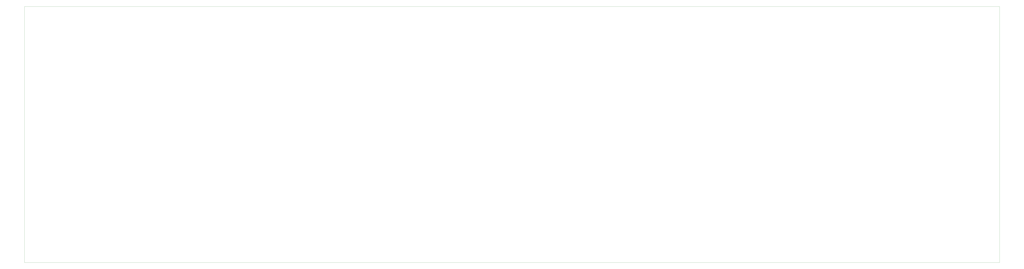
<source format=gbr>
G04 #@! TF.GenerationSoftware,KiCad,Pcbnew,(5.99.0-9973-gfb99c55869)*
G04 #@! TF.CreationDate,2021-09-10T21:28:05-07:00*
G04 #@! TF.ProjectId,2E1,3245312e-6b69-4636-9164-5f7063625858,rev?*
G04 #@! TF.SameCoordinates,Original*
G04 #@! TF.FileFunction,Profile,NP*
%FSLAX46Y46*%
G04 Gerber Fmt 4.6, Leading zero omitted, Abs format (unit mm)*
G04 Created by KiCad (PCBNEW (5.99.0-9973-gfb99c55869)) date 2021-09-10 21:28:05*
%MOMM*%
%LPD*%
G01*
G04 APERTURE LIST*
G04 #@! TA.AperFunction,Profile*
%ADD10C,0.100000*%
G04 #@! TD*
G04 APERTURE END LIST*
D10*
X76494000Y-150120000D02*
X762294000Y-150120000D01*
X762294000Y-150120000D02*
X762294000Y-330460000D01*
X762294000Y-330460000D02*
X76494000Y-330460000D01*
X76494000Y-330460000D02*
X76494000Y-150120000D01*
M02*

</source>
